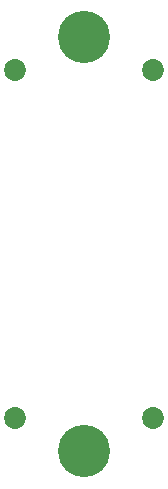
<source format=gbs>
G75*
G70*
%OFA0B0*%
%FSLAX24Y24*%
%IPPOS*%
%LPD*%
%AMOC8*
5,1,8,0,0,1.08239X$1,22.5*
%
%ADD10C,0.1740*%
%ADD11C,0.0730*%
D10*
X010101Y026401D03*
X010101Y040201D03*
D11*
X007801Y039101D03*
X012401Y039101D03*
X012401Y027501D03*
X007801Y027501D03*
M02*

</source>
